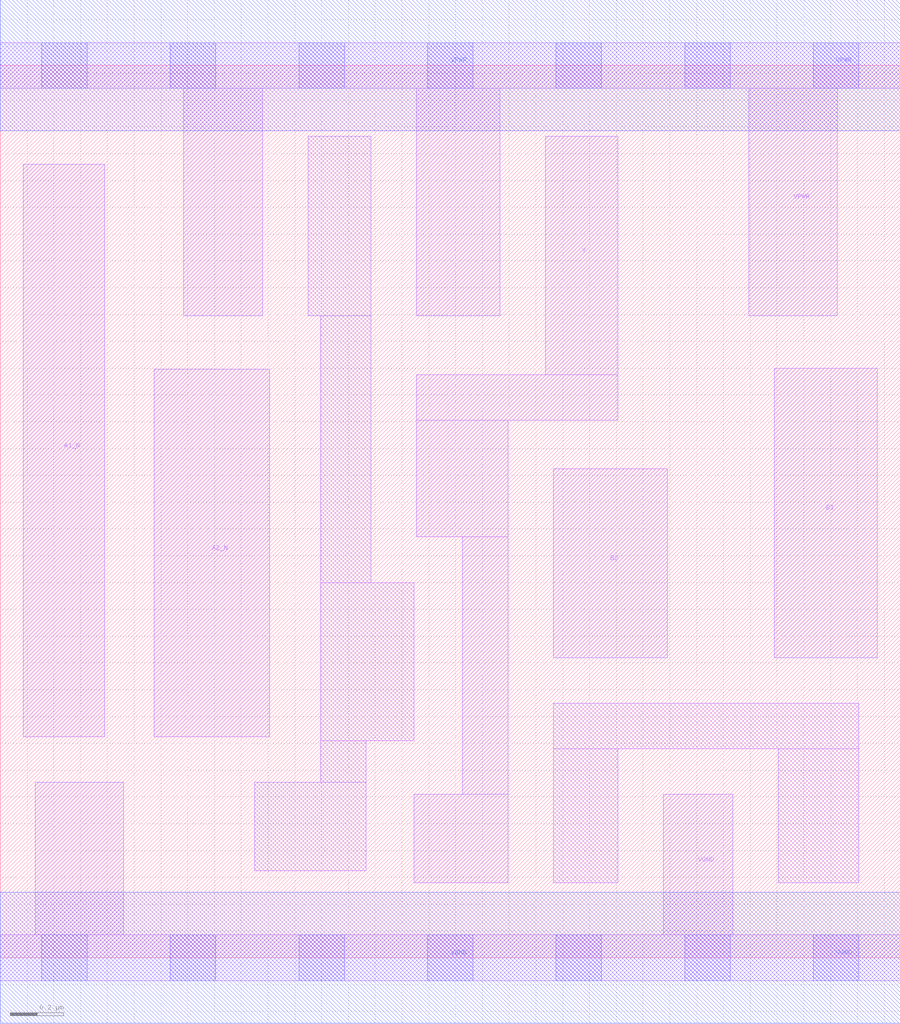
<source format=lef>
# Copyright 2020 The SkyWater PDK Authors
#
# Licensed under the Apache License, Version 2.0 (the "License");
# you may not use this file except in compliance with the License.
# You may obtain a copy of the License at
#
#     https://www.apache.org/licenses/LICENSE-2.0
#
# Unless required by applicable law or agreed to in writing, software
# distributed under the License is distributed on an "AS IS" BASIS,
# WITHOUT WARRANTIES OR CONDITIONS OF ANY KIND, either express or implied.
# See the License for the specific language governing permissions and
# limitations under the License.
#
# SPDX-License-Identifier: Apache-2.0

VERSION 5.7 ;
  NAMESCASESENSITIVE ON ;
  NOWIREEXTENSIONATPIN ON ;
  DIVIDERCHAR "/" ;
  BUSBITCHARS "[]" ;
UNITS
  DATABASE MICRONS 200 ;
END UNITS
MACRO sky130_fd_sc_lp__o2bb2ai_0
  CLASS CORE ;
  SOURCE USER ;
  FOREIGN sky130_fd_sc_lp__o2bb2ai_0 ;
  ORIGIN  0.000000  0.000000 ;
  SIZE  3.360000 BY  3.330000 ;
  SYMMETRY X Y R90 ;
  SITE unit ;
  PIN A1_N
    ANTENNAGATEAREA  0.159000 ;
    DIRECTION INPUT ;
    USE SIGNAL ;
    PORT
      LAYER li1 ;
        RECT 0.085000 0.825000 0.390000 2.960000 ;
    END
  END A1_N
  PIN A2_N
    ANTENNAGATEAREA  0.159000 ;
    DIRECTION INPUT ;
    USE SIGNAL ;
    PORT
      LAYER li1 ;
        RECT 0.575000 0.825000 1.005000 2.195000 ;
    END
  END A2_N
  PIN B1
    ANTENNAGATEAREA  0.159000 ;
    DIRECTION INPUT ;
    USE SIGNAL ;
    PORT
      LAYER li1 ;
        RECT 2.890000 1.120000 3.275000 2.200000 ;
    END
  END B1
  PIN B2
    ANTENNAGATEAREA  0.159000 ;
    DIRECTION INPUT ;
    USE SIGNAL ;
    PORT
      LAYER li1 ;
        RECT 2.065000 1.120000 2.490000 1.825000 ;
    END
  END B2
  PIN Y
    ANTENNADIFFAREA  0.290500 ;
    DIRECTION OUTPUT ;
    USE SIGNAL ;
    PORT
      LAYER li1 ;
        RECT 1.545000 0.280000 1.895000 0.610000 ;
        RECT 1.555000 1.570000 1.895000 2.005000 ;
        RECT 1.555000 2.005000 2.305000 2.175000 ;
        RECT 1.725000 0.610000 1.895000 1.570000 ;
        RECT 2.035000 2.175000 2.305000 3.065000 ;
    END
  END Y
  PIN VGND
    DIRECTION INOUT ;
    USE GROUND ;
    PORT
      LAYER li1 ;
        RECT 0.000000 -0.085000 3.360000 0.085000 ;
        RECT 0.130000  0.085000 0.460000 0.655000 ;
        RECT 2.475000  0.085000 2.735000 0.610000 ;
      LAYER mcon ;
        RECT 0.155000 -0.085000 0.325000 0.085000 ;
        RECT 0.635000 -0.085000 0.805000 0.085000 ;
        RECT 1.115000 -0.085000 1.285000 0.085000 ;
        RECT 1.595000 -0.085000 1.765000 0.085000 ;
        RECT 2.075000 -0.085000 2.245000 0.085000 ;
        RECT 2.555000 -0.085000 2.725000 0.085000 ;
        RECT 3.035000 -0.085000 3.205000 0.085000 ;
      LAYER met1 ;
        RECT 0.000000 -0.245000 3.360000 0.245000 ;
    END
  END VGND
  PIN VPWR
    DIRECTION INOUT ;
    USE POWER ;
    PORT
      LAYER li1 ;
        RECT 0.000000 3.245000 3.360000 3.415000 ;
        RECT 0.685000 2.395000 0.980000 3.245000 ;
        RECT 1.555000 2.395000 1.865000 3.245000 ;
        RECT 2.795000 2.395000 3.125000 3.245000 ;
      LAYER mcon ;
        RECT 0.155000 3.245000 0.325000 3.415000 ;
        RECT 0.635000 3.245000 0.805000 3.415000 ;
        RECT 1.115000 3.245000 1.285000 3.415000 ;
        RECT 1.595000 3.245000 1.765000 3.415000 ;
        RECT 2.075000 3.245000 2.245000 3.415000 ;
        RECT 2.555000 3.245000 2.725000 3.415000 ;
        RECT 3.035000 3.245000 3.205000 3.415000 ;
      LAYER met1 ;
        RECT 0.000000 3.085000 3.360000 3.575000 ;
    END
  END VPWR
  OBS
    LAYER li1 ;
      RECT 0.950000 0.325000 1.365000 0.655000 ;
      RECT 1.150000 2.395000 1.385000 3.065000 ;
      RECT 1.195000 0.655000 1.365000 0.810000 ;
      RECT 1.195000 0.810000 1.545000 1.400000 ;
      RECT 1.195000 1.400000 1.385000 2.395000 ;
      RECT 2.065000 0.280000 2.305000 0.780000 ;
      RECT 2.065000 0.780000 3.205000 0.950000 ;
      RECT 2.905000 0.280000 3.205000 0.780000 ;
  END
END sky130_fd_sc_lp__o2bb2ai_0

</source>
